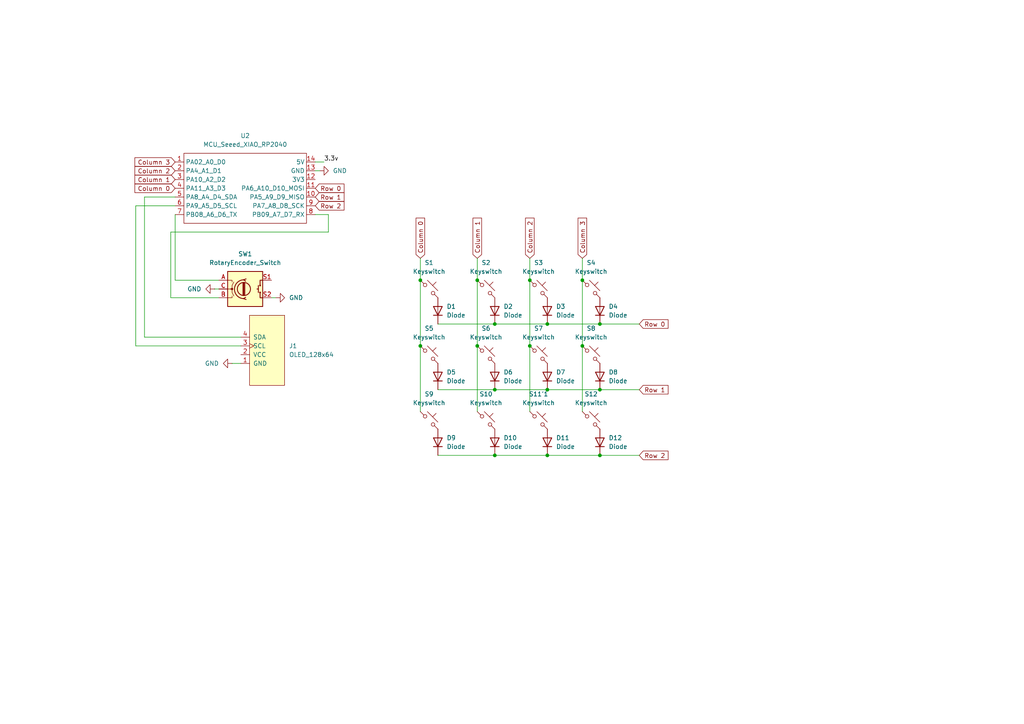
<source format=kicad_sch>
(kicad_sch (version 20231120) (generator "eeschema") (generator_version "8.0")
  (paper "A4")
  (lib_symbols
    (symbol "Device:RotaryEncoder_Switch" (pin_names (offset 0.254) hide)
      (property "Reference" "SW" (at 0 6.604 0))
      (property "Value" "RotaryEncoder_Switch" (at 0 -6.604 0))
      (symbol "RotaryEncoder_Switch_0_1"
        (rectangle (start -5.08 5.08) (end 5.08 -5.08) (stroke (width 0.254)) (fill (type background)))
        (circle (center -3.81 0) (radius 0.254) (fill (type outline)))
        (circle (center -0.381 0) (radius 1.905) (stroke (width 0.254)))
        (arc (start -0.381 2.667) (mid -3.0988 -0.0635) (end -0.381 -2.794) (stroke (width 0.254)))
        (polyline (pts (xy -0.635 -1.778) (xy -0.635 1.778)) (stroke (width 0.254)))
        (polyline (pts (xy -0.381 -1.778) (xy -0.381 1.778)) (stroke (width 0.254)))
        (polyline (pts (xy -0.127 1.778) (xy -0.127 -1.778)) (stroke (width 0.254)))
        (polyline (pts (xy 3.81 0) (xy 3.429 0)) (stroke (width 0.254)))
        (polyline (pts (xy 3.81 1.016) (xy 3.81 -1.016)) (stroke (width 0.254)))
        (polyline (pts (xy -5.08 -2.54) (xy -3.81 -2.54) (xy -3.81 -2.032)))
        (polyline (pts (xy -5.08 2.54) (xy -3.81 2.54) (xy -3.81 2.032)))
        (polyline (pts (xy 0.254 -3.048) (xy -0.508 -2.794) (xy 0.127 -2.413)) (stroke (width 0.254)))
        (polyline (pts (xy 0.254 2.921) (xy -0.508 2.667) (xy 0.127 2.286)) (stroke (width 0.254)))
        (polyline (pts (xy 5.08 -2.54) (xy 4.318 -2.54) (xy 4.318 -1.016)) (stroke (width 0.254)))
        (polyline (pts (xy 5.08 2.54) (xy 4.318 2.54) (xy 4.318 1.016)) (stroke (width 0.254)))
        (polyline (pts (xy -5.08 0) (xy -3.81 0) (xy -3.81 -1.016) (xy -3.302 -2.032)))
        (polyline (pts (xy -4.318 0) (xy -3.81 0) (xy -3.81 1.016) (xy -3.302 2.032)))
        (circle (center 4.318 -1.016) (radius 0.127) (stroke (width 0.254)))
        (circle (center 4.318 1.016) (radius 0.127) (stroke (width 0.254)))
      )
      (symbol "RotaryEncoder_Switch_1_1"
        (pin passive line (at -7.62 2.54 0) (length 2.54) (name "A") (number "A"))
        (pin passive line (at -7.62 -2.54 0) (length 2.54) (name "B") (number "B"))
        (pin passive line (at -7.62 0 0) (length 2.54) (name "C") (number "C"))
        (pin passive line (at 7.62 2.54 180) (length 2.54) (name "S1") (number "S1"))
        (pin passive line (at 7.62 -2.54 180) (length 2.54) (name "S2") (number "S2"))
      )
    )
    (symbol "ScottoKeebs:MCU_Seeed_XIAO_RP2040"
      (property "Reference" "U" (at -16.51 11.43 0))
      (property "Value" "MCU_Seeed_XIAO_RP2040" (at -3.81 -11.43 0))
      (symbol "MCU_Seeed_XIAO_RP2040_0_1"
        (rectangle (start -16.51 10.16) (end 19.05 -10.16))
      )
      (symbol "MCU_Seeed_XIAO_RP2040_1_1"
        (pin passive line (at -19.05 7.62 0) (length 2.54) (name "PA02_A0_D0") (number "1"))
        (pin passive line (at 21.59 -2.54 180) (length 2.54) (name "PA5_A9_D9_MISO") (number "10"))
        (pin passive line (at 21.59 0 180) (length 2.54) (name "PA6_A10_D10_MOSI") (number "11"))
        (pin passive line (at 21.59 2.54 180) (length 2.54) (name "3V3") (number "12"))
        (pin passive line (at 21.59 5.08 180) (length 2.54) (name "GND") (number "13"))
        (pin passive line (at 21.59 7.62 180) (length 2.54) (name "5V") (number "14"))
        (pin passive line (at -19.05 5.08 0) (length 2.54) (name "PA4_A1_D1") (number "2"))
        (pin passive line (at -19.05 2.54 0) (length 2.54) (name "PA10_A2_D2") (number "3"))
        (pin passive line (at -19.05 0 0) (length 2.54) (name "PA11_A3_D3") (number "4"))
        (pin passive line (at -19.05 -2.54 0) (length 2.54) (name "PA8_A4_D4_SDA") (number "5"))
        (pin passive line (at -19.05 -5.08 0) (length 2.54) (name "PA9_A5_D5_SCL") (number "6"))
        (pin passive line (at -19.05 -7.62 0) (length 2.54) (name "PB08_A6_D6_TX") (number "7"))
        (pin passive line (at 21.59 -7.62 180) (length 2.54) (name "PB09_A7_D7_RX") (number "8"))
        (pin passive line (at 21.59 -5.08 180) (length 2.54) (name "PA7_A8_D8_SCK") (number "9"))
      )
    )
    (symbol "ScottoKeebs:OLED_128x64" (pin_names (offset 1.016))
      (property "Reference" "J" (at 0 -11.43 0))
      (property "Value" "OLED_128x64" (at 0 -7.62 0))
      (symbol "OLED_128x64_0_1"
        (rectangle (start 10.16 -10.16) (end -10.16 0) (fill (type background)))
      )
      (symbol "OLED_128x64_1_1"
        (pin power_in line (at -3.81 2.54 270) (length 2.54) (name "GND") (number "1"))
        (pin power_in line (at -1.27 2.54 270) (length 2.54) (name "VCC") (number "2"))
        (pin input clock (at 1.27 2.54 270) (length 2.54) (name "SCL") (number "3"))
        (pin bidirectional line (at 3.81 2.54 270) (length 2.54) (name "SDA") (number "4"))
      )
    )
    (symbol "ScottoKeebs:Placeholder_Diode" (pin_numbers hide) (pin_names hide)
      (property "Reference" "D" (at 0 2.54 0))
      (property "Value" "Diode" (at 0 -2.54 0))
      (symbol "Placeholder_Diode_0_1"
        (polyline (pts (xy -1.27 1.27) (xy -1.27 -1.27)) (stroke (width 0.254)))
        (polyline (pts (xy 1.27 0) (xy -1.27 0)))
        (polyline (pts (xy 1.27 1.27) (xy 1.27 -1.27) (xy -1.27 0) (xy 1.27 1.27)) (stroke (width 0.254)))
      )
      (symbol "Placeholder_Diode_1_1"
        (pin passive line (at -3.81 0 0) (length 2.54) (name "K") (number "1"))
        (pin passive line (at 3.81 0 180) (length 2.54) (name "A") (number "2"))
      )
    )
    (symbol "ScottoKeebs:Placeholder_Keyswitch" (pin_numbers hide) (pin_names (offset 1.016) hide)
      (property "Reference" "S" (at 3.048 1.016 0))
      (property "Value" "Keyswitch" (at 0 -3.81 0))
      (symbol "Placeholder_Keyswitch_0_1"
        (circle (center -1.1684 1.1684) (radius 0.508))
        (polyline (pts (xy -0.508 2.54) (xy 2.54 -0.508)))
        (polyline (pts (xy 1.016 1.016) (xy 2.032 2.032)))
        (polyline (pts (xy -2.54 2.54) (xy -1.524 1.524) (xy -1.524 1.524)))
        (polyline (pts (xy 1.524 -1.524) (xy 2.54 -2.54) (xy 2.54 -2.54) (xy 2.54 -2.54)))
        (circle (center 1.143 -1.1938) (radius 0.508))
        (pin passive line (at -2.54 2.54 0) (length 0) (name "1") (number "1"))
        (pin passive line (at 2.54 -2.54 180) (length 0) (name "2") (number "2"))
      )
    )
    (symbol "power:GND" (power) (pin_numbers hide) (pin_names (offset 0) hide)
      (property "Value" "GND" (at 0 -3.81 0))
      (symbol "GND_0_1"
        (polyline (pts (xy 0 0) (xy 0 -1.27) (xy 1.27 -1.27) (xy 0 -2.54) (xy -1.27 -1.27) (xy 0 -1.27)))
      )
      (symbol "GND_1_1"
        (pin power_in line (at 0 0 270) (length 0) (name "~") (number "1"))
      )
    )
  )
  (junction (at 158.75 132.08))
  (junction (at 153.67 100.33))
  (junction (at 158.75 93.98))
  (junction (at 138.43 81.28))
  (junction (at 143.51 93.98))
  (junction (at 173.99 93.98))
  (junction (at 153.67 81.28))
  (junction (at 121.92 81.28))
  (junction (at 173.99 132.08))
  (junction (at 121.92 100.33))
  (junction (at 143.51 113.03))
  (junction (at 168.91 100.33))
  (junction (at 158.75 113.03))
  (junction (at 143.51 132.08))
  (junction (at 173.99 113.03))
  (junction (at 168.91 81.28))
  (junction (at 138.43 100.33))
  (wire (pts (xy 127 93.98) (xy 143.51 93.98)))
  (wire (pts (xy 153.67 100.33) (xy 153.67 119.38)))
  (wire (pts (xy 49.53 86.36) (xy 49.53 67.31)))
  (wire (pts (xy 138.43 100.33) (xy 138.43 119.38)))
  (wire (pts (xy 50.8 57.15) (xy 41.91 57.15)))
  (wire (pts (xy 173.99 93.98) (xy 158.75 93.98)))
  (wire (pts (xy 168.91 81.28) (xy 168.91 100.33)))
  (wire (pts (xy 185.42 113.03) (xy 173.99 113.03)))
  (wire (pts (xy 49.53 67.31) (xy 95.25 67.31)))
  (wire (pts (xy 93.98 46.99) (xy 91.44 46.99)))
  (wire (pts (xy 143.51 93.98) (xy 158.75 93.98)))
  (wire (pts (xy 39.37 100.33) (xy 69.85 100.33)))
  (wire (pts (xy 127 113.03) (xy 143.51 113.03)))
  (wire (pts (xy 185.42 132.08) (xy 173.99 132.08)))
  (wire (pts (xy 168.91 100.33) (xy 168.91 119.38)))
  (wire (pts (xy 63.5 81.28) (xy 50.8 81.28)))
  (wire (pts (xy 173.99 132.08) (xy 158.75 132.08)))
  (wire (pts (xy 121.92 74.93) (xy 121.92 81.28)))
  (wire (pts (xy 185.42 93.98) (xy 173.99 93.98)))
  (wire (pts (xy 143.51 132.08) (xy 158.75 132.08)))
  (wire (pts (xy 138.43 81.28) (xy 138.43 100.33)))
  (wire (pts (xy 78.74 86.36) (xy 80.01 86.36)))
  (wire (pts (xy 121.92 100.33) (xy 121.92 119.38)))
  (wire (pts (xy 153.67 81.28) (xy 153.67 100.33)))
  (wire (pts (xy 50.8 59.69) (xy 39.37 59.69)))
  (wire (pts (xy 63.5 86.36) (xy 49.53 86.36)))
  (wire (pts (xy 95.25 62.23) (xy 95.25 67.31)))
  (wire (pts (xy 168.91 74.93) (xy 168.91 81.28)))
  (wire (pts (xy 138.43 74.93) (xy 138.43 81.28)))
  (wire (pts (xy 41.91 57.15) (xy 41.91 97.79)))
  (wire (pts (xy 67.31 105.41) (xy 69.85 105.41)))
  (wire (pts (xy 127 132.08) (xy 143.51 132.08)))
  (wire (pts (xy 62.23 83.82) (xy 63.5 83.82)))
  (wire (pts (xy 153.67 74.93) (xy 153.67 81.28)))
  (wire (pts (xy 121.92 81.28) (xy 121.92 100.33)))
  (wire (pts (xy 95.25 62.23) (xy 91.44 62.23)))
  (wire (pts (xy 143.51 113.03) (xy 158.75 113.03)))
  (wire (pts (xy 91.44 49.53) (xy 92.71 49.53)))
  (wire (pts (xy 39.37 59.69) (xy 39.37 100.33)))
  (wire (pts (xy 41.91 97.79) (xy 69.85 97.79)))
  (wire (pts (xy 50.8 62.23) (xy 50.8 81.28)))
  (wire (pts (xy 173.99 113.03) (xy 158.75 113.03)))
  (label "3.3v" (at 93.98 46.99 0))
  (global_label "Row 1" (shape input) (at 185.42 113.03 0) (property "Intersheetrefs" "${INTERSHEET_REFS}" (effects (hide yes))))
  (global_label "Row 1" (shape input) (at 91.44 57.15 0) (property "Intersheetrefs" "${INTERSHEET_REFS}" (effects (hide yes))))
  (global_label "Column 2" (shape input) (at 153.67 74.93 90) (property "Intersheetrefs" "${INTERSHEET_REFS}" (effects (hide yes))))
  (global_label "Column 0" (shape input) (at 121.92 74.93 90) (property "Intersheetrefs" "${INTERSHEET_REFS}" (effects (hide yes))))
  (global_label "Column 0" (shape input) (at 50.8 54.61 180) (property "Intersheetrefs" "${INTERSHEET_REFS}" (effects (hide yes))))
  (global_label "Row 2" (shape input) (at 91.44 59.69 0) (property "Intersheetrefs" "${INTERSHEET_REFS}" (effects (hide yes))))
  (global_label "Row 0" (shape input) (at 91.44 54.61 0) (property "Intersheetrefs" "${INTERSHEET_REFS}" (effects (hide yes))))
  (global_label "Column 2" (shape input) (at 50.8 49.53 180) (property "Intersheetrefs" "${INTERSHEET_REFS}" (effects (hide yes))))
  (global_label "Column 3" (shape input) (at 50.8 46.99 180) (property "Intersheetrefs" "${INTERSHEET_REFS}" (effects (hide yes))))
  (global_label "Column 1" (shape input) (at 50.8 52.07 180) (property "Intersheetrefs" "${INTERSHEET_REFS}" (effects (hide yes))))
  (global_label "Row 0" (shape input) (at 185.42 93.98 0) (property "Intersheetrefs" "${INTERSHEET_REFS}" (effects (hide yes))))
  (global_label "Column 1" (shape input) (at 138.43 74.93 90) (property "Intersheetrefs" "${INTERSHEET_REFS}" (effects (hide yes))))
  (global_label "Column 3" (shape input) (at 168.91 74.93 90) (property "Intersheetrefs" "${INTERSHEET_REFS}" (effects (hide yes))))
  (global_label "Row 2" (shape input) (at 185.42 132.08 0) (property "Intersheetrefs" "${INTERSHEET_REFS}" (effects (hide yes))))
  (symbol (lib_id "power:GND") (at 67.31 105.41 270) (unit 1)
    (property "Reference" "#PWR04" (effects (hide yes)))
    (property "Value" "GND" (at 63.5 105.4101 90) (effects (justify right)))
    (property "Description" "Power symbol creates a global label with name \"GND\" , ground" (effects (hide yes)))
  )
  (symbol (lib_id "ScottoKeebs:Placeholder_Keyswitch") (at 140.97 102.87 0) (unit 1)
    (property "Reference" "S6" (at 140.97 95.25 0))
    (property "Value" "Keyswitch" (at 140.97 97.79 0))
    (property "Footprint" "ScottoKeebs_MX:MX_PCB_1.00u" (effects (hide yes)))
    (property "Description" "Push button switch, normally open, two pins, 45° tilted" (effects (hide yes)))
  )
  (symbol (lib_id "ScottoKeebs:Placeholder_Diode") (at 127 109.22 90) (unit 1)
    (property "Reference" "D5" (at 129.54 107.9499 90) (effects (justify right)))
    (property "Value" "Diode" (at 129.54 110.4899 90) (effects (justify right)))
    (property "Footprint" "ScottoKeebs_Components:Diode_DO-35" (effects (hide yes)))
    (property "Description" "1N4148 (DO-35) or 1N4148W (SOD-123)" (effects (hide yes)))
    (property "Sim.Device" "D" (effects (hide yes)))
    (property "Sim.Pins" "1=K 2=A" (effects (hide yes)))
  )
  (symbol (lib_id "ScottoKeebs:Placeholder_Keyswitch") (at 171.45 121.92 0) (unit 1)
    (property "Reference" "S12" (at 171.45 114.3 0))
    (property "Value" "Keyswitch" (at 171.45 116.84 0))
    (property "Footprint" "ScottoKeebs_MX:MX_PCB_1.00u" (effects (hide yes)))
    (property "Description" "Push button switch, normally open, two pins, 45° tilted" (effects (hide yes)))
  )
  (symbol (lib_id "ScottoKeebs:Placeholder_Diode") (at 158.75 128.27 90) (unit 1)
    (property "Reference" "D11" (at 161.29 126.9999 90) (effects (justify right)))
    (property "Value" "Diode" (at 161.29 129.5399 90) (effects (justify right)))
    (property "Footprint" "ScottoKeebs_Components:Diode_DO-35" (effects (hide yes)))
    (property "Description" "1N4148 (DO-35) or 1N4148W (SOD-123)" (effects (hide yes)))
    (property "Sim.Device" "D" (effects (hide yes)))
    (property "Sim.Pins" "1=K 2=A" (effects (hide yes)))
  )
  (symbol (lib_id "ScottoKeebs:Placeholder_Diode") (at 158.75 109.22 90) (unit 1)
    (property "Reference" "D7" (at 161.29 107.9499 90) (effects (justify right)))
    (property "Value" "Diode" (at 161.29 110.4899 90) (effects (justify right)))
    (property "Footprint" "ScottoKeebs_Components:Diode_DO-35" (effects (hide yes)))
    (property "Description" "1N4148 (DO-35) or 1N4148W (SOD-123)" (effects (hide yes)))
    (property "Sim.Device" "D" (effects (hide yes)))
    (property "Sim.Pins" "1=K 2=A" (effects (hide yes)))
  )
  (symbol (lib_id "ScottoKeebs:Placeholder_Keyswitch") (at 140.97 121.92 0) (unit 1)
    (property "Reference" "S10" (at 140.97 114.3 0))
    (property "Value" "Keyswitch" (at 140.97 116.84 0))
    (property "Footprint" "ScottoKeebs_MX:MX_PCB_1.00u" (effects (hide yes)))
    (property "Description" "Push button switch, normally open, two pins, 45° tilted" (effects (hide yes)))
  )
  (symbol (lib_id "ScottoKeebs:Placeholder_Diode") (at 143.51 109.22 90) (unit 1)
    (property "Reference" "D6" (at 146.05 107.9499 90) (effects (justify right)))
    (property "Value" "Diode" (at 146.05 110.4899 90) (effects (justify right)))
    (property "Footprint" "ScottoKeebs_Components:Diode_DO-35" (effects (hide yes)))
    (property "Description" "1N4148 (DO-35) or 1N4148W (SOD-123)" (effects (hide yes)))
    (property "Sim.Device" "D" (effects (hide yes)))
    (property "Sim.Pins" "1=K 2=A" (effects (hide yes)))
  )
  (symbol (lib_id "ScottoKeebs:Placeholder_Keyswitch") (at 140.97 83.82 0) (unit 1)
    (property "Reference" "S2" (at 140.97 76.2 0))
    (property "Value" "Keyswitch" (at 140.97 78.74 0))
    (property "Footprint" "ScottoKeebs_MX:MX_PCB_1.00u" (effects (hide yes)))
    (property "Description" "Push button switch, normally open, two pins, 45° tilted" (effects (hide yes)))
  )
  (symbol (lib_id "ScottoKeebs:Placeholder_Diode") (at 173.99 128.27 90) (unit 1)
    (property "Reference" "D12" (at 176.53 126.9999 90) (effects (justify right)))
    (property "Value" "Diode" (at 176.53 129.5399 90) (effects (justify right)))
    (property "Footprint" "ScottoKeebs_Components:Diode_DO-35" (effects (hide yes)))
    (property "Description" "1N4148 (DO-35) or 1N4148W (SOD-123)" (effects (hide yes)))
    (property "Sim.Device" "D" (effects (hide yes)))
    (property "Sim.Pins" "1=K 2=A" (effects (hide yes)))
  )
  (symbol (lib_id "ScottoKeebs:Placeholder_Keyswitch") (at 156.21 121.92 0) (unit 1)
    (property "Reference" "S11'1" (at 156.21 114.3 0))
    (property "Value" "Keyswitch" (at 156.21 116.84 0))
    (property "Footprint" "ScottoKeebs_MX:MX_PCB_1.00u" (effects (hide yes)))
    (property "Description" "Push button switch, normally open, two pins, 45° tilted" (effects (hide yes)))
  )
  (symbol (lib_id "ScottoKeebs:Placeholder_Keyswitch") (at 124.46 102.87 0) (unit 1)
    (property "Reference" "S5" (at 124.46 95.25 0))
    (property "Value" "Keyswitch" (at 124.46 97.79 0))
    (property "Footprint" "ScottoKeebs_MX:MX_PCB_1.00u" (effects (hide yes)))
    (property "Description" "Push button switch, normally open, two pins, 45° tilted" (effects (hide yes)))
  )
  (symbol (lib_id "ScottoKeebs:Placeholder_Diode") (at 143.51 90.17 90) (unit 1)
    (property "Reference" "D2" (at 146.05 88.8999 90) (effects (justify right)))
    (property "Value" "Diode" (at 146.05 91.4399 90) (effects (justify right)))
    (property "Footprint" "ScottoKeebs_Components:Diode_DO-35" (effects (hide yes)))
    (property "Description" "1N4148 (DO-35) or 1N4148W (SOD-123)" (effects (hide yes)))
    (property "Sim.Device" "D" (effects (hide yes)))
    (property "Sim.Pins" "1=K 2=A" (effects (hide yes)))
  )
  (symbol (lib_id "ScottoKeebs:OLED_128x64") (at 72.39 101.6 90) (unit 1)
    (property "Reference" "J1" (at 83.82 100.3299 90) (effects (justify right)))
    (property "Value" "OLED_128x64" (at 83.82 102.8699 90) (effects (justify right)))
    (property "Footprint" "ScottoKeebs_Components:OLED_128x64" (effects (hide yes)))
  )
  (symbol (lib_id "power:GND") (at 80.01 86.36 90) (unit 1)
    (property "Reference" "#PWR03" (effects (hide yes)))
    (property "Value" "GND" (at 83.82 86.3599 90) (effects (justify right)))
    (property "Description" "Power symbol creates a global label with name \"GND\" , ground" (effects (hide yes)))
  )
  (symbol (lib_id "ScottoKeebs:Placeholder_Keyswitch") (at 156.21 83.82 0) (unit 1)
    (property "Reference" "S3" (at 156.21 76.2 0))
    (property "Value" "Keyswitch" (at 156.21 78.74 0))
    (property "Footprint" "ScottoKeebs_MX:MX_PCB_1.00u" (effects (hide yes)))
    (property "Description" "Push button switch, normally open, two pins, 45° tilted" (effects (hide yes)))
  )
  (symbol (lib_id "ScottoKeebs:Placeholder_Diode") (at 143.51 128.27 90) (unit 1)
    (property "Reference" "D10" (at 146.05 126.9999 90) (effects (justify right)))
    (property "Value" "Diode" (at 146.05 129.5399 90) (effects (justify right)))
    (property "Footprint" "ScottoKeebs_Components:Diode_DO-35" (effects (hide yes)))
    (property "Description" "1N4148 (DO-35) or 1N4148W (SOD-123)" (effects (hide yes)))
    (property "Sim.Device" "D" (effects (hide yes)))
    (property "Sim.Pins" "1=K 2=A" (effects (hide yes)))
  )
  (symbol (lib_id "ScottoKeebs:MCU_Seeed_XIAO_RP2040") (at 69.85 54.61 0) (unit 1)
    (property "Reference" "U2" (at 71.12 39.37 0))
    (property "Value" "MCU_Seeed_XIAO_RP2040" (at 71.12 41.91 0))
    (property "Footprint" "ScottoKeebs_MCU:Seeed_XIAO_RP2040" (effects (hide yes)))
  )
  (symbol (lib_id "ScottoKeebs:Placeholder_Keyswitch") (at 124.46 83.82 0) (unit 1)
    (property "Reference" "S1" (at 124.46 76.2 0))
    (property "Value" "Keyswitch" (at 124.46 78.74 0))
    (property "Footprint" "ScottoKeebs_MX:MX_PCB_1.00u" (effects (hide yes)))
    (property "Description" "Push button switch, normally open, two pins, 45° tilted" (effects (hide yes)))
  )
  (symbol (lib_id "ScottoKeebs:Placeholder_Keyswitch") (at 171.45 102.87 0) (unit 1)
    (property "Reference" "S8" (at 171.45 95.25 0))
    (property "Value" "Keyswitch" (at 171.45 97.79 0))
    (property "Footprint" "ScottoKeebs_MX:MX_PCB_1.00u" (effects (hide yes)))
    (property "Description" "Push button switch, normally open, two pins, 45° tilted" (effects (hide yes)))
  )
  (symbol (lib_id "ScottoKeebs:Placeholder_Keyswitch") (at 124.46 121.92 0) (unit 1)
    (property "Reference" "S9" (at 124.46 114.3 0))
    (property "Value" "Keyswitch" (at 124.46 116.84 0))
    (property "Footprint" "ScottoKeebs_MX:MX_PCB_1.00u" (effects (hide yes)))
    (property "Description" "Push button switch, normally open, two pins, 45° tilted" (effects (hide yes)))
  )
  (symbol (lib_id "ScottoKeebs:Placeholder_Keyswitch") (at 156.21 102.87 0) (unit 1)
    (property "Reference" "S7" (at 156.21 95.25 0))
    (property "Value" "Keyswitch" (at 156.21 97.79 0))
    (property "Footprint" "ScottoKeebs_MX:MX_PCB_1.00u" (effects (hide yes)))
    (property "Description" "Push button switch, normally open, two pins, 45° tilted" (effects (hide yes)))
  )
  (symbol (lib_id "ScottoKeebs:Placeholder_Diode") (at 173.99 90.17 90) (unit 1)
    (property "Reference" "D4" (at 176.53 88.8999 90) (effects (justify right)))
    (property "Value" "Diode" (at 176.53 91.4399 90) (effects (justify right)))
    (property "Footprint" "ScottoKeebs_Components:Diode_DO-35" (effects (hide yes)))
    (property "Description" "1N4148 (DO-35) or 1N4148W (SOD-123)" (effects (hide yes)))
    (property "Sim.Device" "D" (effects (hide yes)))
    (property "Sim.Pins" "1=K 2=A" (effects (hide yes)))
  )
  (symbol (lib_id "power:GND") (at 92.71 49.53 90) (unit 1)
    (property "Reference" "#PWR01" (effects (hide yes)))
    (property "Value" "GND" (at 96.52 49.5299 90) (effects (justify right)))
    (property "Description" "Power symbol creates a global label with name \"GND\" , ground" (effects (hide yes)))
  )
  (symbol (lib_id "Device:RotaryEncoder_Switch") (at 71.12 83.82 0) (unit 1)
    (property "Reference" "SW1" (at 71.12 73.66 0))
    (property "Value" "RotaryEncoder_Switch" (at 71.12 76.2 0))
    (property "Footprint" "Rotary_Encoder:RotaryEncoder_Alps_EC11E-Switch_Vertical_H20mm" (effects (hide yes)))
    (property "Description" "Rotary encoder, dual channel, incremental quadrate outputs, with switch" (effects (hide yes)))
  )
  (symbol (lib_id "power:GND") (at 62.23 83.82 270) (unit 1)
    (property "Reference" "#PWR02" (effects (hide yes)))
    (property "Value" "GND" (at 58.42 83.8199 90) (effects (justify right)))
    (property "Description" "Power symbol creates a global label with name \"GND\" , ground" (effects (hide yes)))
  )
  (symbol (lib_id "ScottoKeebs:Placeholder_Keyswitch") (at 171.45 83.82 0) (unit 1)
    (property "Reference" "S4" (at 171.45 76.2 0))
    (property "Value" "Keyswitch" (at 171.45 78.74 0))
    (property "Footprint" "ScottoKeebs_MX:MX_PCB_1.00u" (effects (hide yes)))
    (property "Description" "Push button switch, normally open, two pins, 45° tilted" (effects (hide yes)))
  )
  (symbol (lib_id "ScottoKeebs:Placeholder_Diode") (at 158.75 90.17 90) (unit 1)
    (property "Reference" "D3" (at 161.29 88.8999 90) (effects (justify right)))
    (property "Value" "Diode" (at 161.29 91.4399 90) (effects (justify right)))
    (property "Footprint" "ScottoKeebs_Components:Diode_DO-35" (effects (hide yes)))
    (property "Description" "1N4148 (DO-35) or 1N4148W (SOD-123)" (effects (hide yes)))
    (property "Sim.Device" "D" (effects (hide yes)))
    (property "Sim.Pins" "1=K 2=A" (effects (hide yes)))
  )
  (symbol (lib_id "ScottoKeebs:Placeholder_Diode") (at 127 128.27 90) (unit 1)
    (property "Reference" "D9" (at 129.54 126.9999 90) (effects (justify right)))
    (property "Value" "Diode" (at 129.54 129.5399 90) (effects (justify right)))
    (property "Footprint" "ScottoKeebs_Components:Diode_DO-35" (effects (hide yes)))
    (property "Description" "1N4148 (DO-35) or 1N4148W (SOD-123)" (effects (hide yes)))
    (property "Sim.Device" "D" (effects (hide yes)))
    (property "Sim.Pins" "1=K 2=A" (effects (hide yes)))
  )
  (symbol (lib_id "ScottoKeebs:Placeholder_Diode") (at 127 90.17 90) (unit 1)
    (property "Reference" "D1" (at 129.54 88.8999 90) (effects (justify right)))
    (property "Value" "Diode" (at 129.54 91.4399 90) (effects (justify right)))
    (property "Footprint" "ScottoKeebs_Components:Diode_DO-35" (effects (hide yes)))
    (property "Description" "1N4148 (DO-35) or 1N4148W (SOD-123)" (effects (hide yes)))
    (property "Sim.Device" "D" (effects (hide yes)))
    (property "Sim.Pins" "1=K 2=A" (effects (hide yes)))
  )
  (symbol (lib_id "ScottoKeebs:Placeholder_Diode") (at 173.99 109.22 90) (unit 1)
    (property "Reference" "D8" (at 176.53 107.9499 90) (effects (justify right)))
    (property "Value" "Diode" (at 176.53 110.4899 90) (effects (justify right)))
    (property "Footprint" "ScottoKeebs_Components:Diode_DO-35" (effects (hide yes)))
    (property "Description" "1N4148 (DO-35) or 1N4148W (SOD-123)" (effects (hide yes)))
    (property "Sim.Device" "D" (effects (hide yes)))
    (property "Sim.Pins" "1=K 2=A" (effects (hide yes)))
  )
)
</source>
